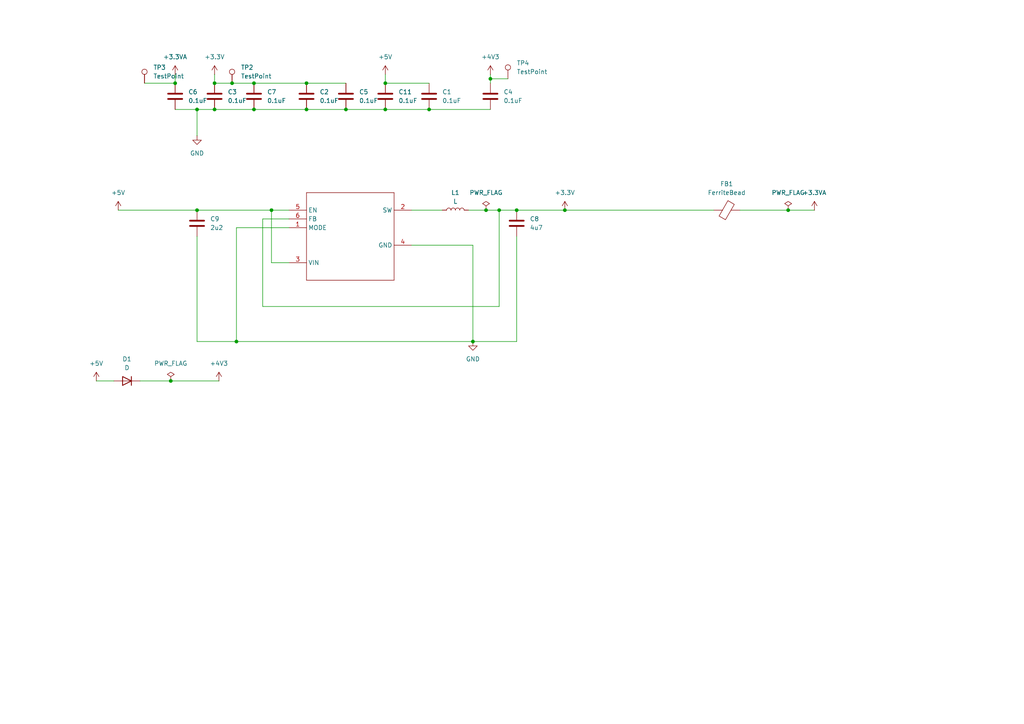
<source format=kicad_sch>
(kicad_sch
	(version 20250114)
	(generator "eeschema")
	(generator_version "9.0")
	(uuid "019be46e-a76b-4c7a-91f6-ecde0b6b9432")
	(paper "A4")
	(lib_symbols
		(symbol "Connector:TestPoint"
			(pin_numbers
				(hide yes)
			)
			(pin_names
				(offset 0.762)
				(hide yes)
			)
			(exclude_from_sim no)
			(in_bom yes)
			(on_board yes)
			(property "Reference" "TP"
				(at 0 6.858 0)
				(effects
					(font
						(size 1.27 1.27)
					)
				)
			)
			(property "Value" "TestPoint"
				(at 0 5.08 0)
				(effects
					(font
						(size 1.27 1.27)
					)
				)
			)
			(property "Footprint" ""
				(at 5.08 0 0)
				(effects
					(font
						(size 1.27 1.27)
					)
					(hide yes)
				)
			)
			(property "Datasheet" "~"
				(at 5.08 0 0)
				(effects
					(font
						(size 1.27 1.27)
					)
					(hide yes)
				)
			)
			(property "Description" "test point"
				(at 0 0 0)
				(effects
					(font
						(size 1.27 1.27)
					)
					(hide yes)
				)
			)
			(property "ki_keywords" "test point tp"
				(at 0 0 0)
				(effects
					(font
						(size 1.27 1.27)
					)
					(hide yes)
				)
			)
			(property "ki_fp_filters" "Pin* Test*"
				(at 0 0 0)
				(effects
					(font
						(size 1.27 1.27)
					)
					(hide yes)
				)
			)
			(symbol "TestPoint_0_1"
				(circle
					(center 0 3.302)
					(radius 0.762)
					(stroke
						(width 0)
						(type default)
					)
					(fill
						(type none)
					)
				)
			)
			(symbol "TestPoint_1_1"
				(pin passive line
					(at 0 0 90)
					(length 2.54)
					(name "1"
						(effects
							(font
								(size 1.27 1.27)
							)
						)
					)
					(number "1"
						(effects
							(font
								(size 1.27 1.27)
							)
						)
					)
				)
			)
			(embedded_fonts no)
		)
		(symbol "Device:C"
			(pin_numbers
				(hide yes)
			)
			(pin_names
				(offset 0.254)
			)
			(exclude_from_sim no)
			(in_bom yes)
			(on_board yes)
			(property "Reference" "C"
				(at 0.635 2.54 0)
				(effects
					(font
						(size 1.27 1.27)
					)
					(justify left)
				)
			)
			(property "Value" "C"
				(at 0.635 -2.54 0)
				(effects
					(font
						(size 1.27 1.27)
					)
					(justify left)
				)
			)
			(property "Footprint" ""
				(at 0.9652 -3.81 0)
				(effects
					(font
						(size 1.27 1.27)
					)
					(hide yes)
				)
			)
			(property "Datasheet" "~"
				(at 0 0 0)
				(effects
					(font
						(size 1.27 1.27)
					)
					(hide yes)
				)
			)
			(property "Description" "Unpolarized capacitor"
				(at 0 0 0)
				(effects
					(font
						(size 1.27 1.27)
					)
					(hide yes)
				)
			)
			(property "ki_keywords" "cap capacitor"
				(at 0 0 0)
				(effects
					(font
						(size 1.27 1.27)
					)
					(hide yes)
				)
			)
			(property "ki_fp_filters" "C_*"
				(at 0 0 0)
				(effects
					(font
						(size 1.27 1.27)
					)
					(hide yes)
				)
			)
			(symbol "C_0_1"
				(polyline
					(pts
						(xy -2.032 0.762) (xy 2.032 0.762)
					)
					(stroke
						(width 0.508)
						(type default)
					)
					(fill
						(type none)
					)
				)
				(polyline
					(pts
						(xy -2.032 -0.762) (xy 2.032 -0.762)
					)
					(stroke
						(width 0.508)
						(type default)
					)
					(fill
						(type none)
					)
				)
			)
			(symbol "C_1_1"
				(pin passive line
					(at 0 3.81 270)
					(length 2.794)
					(name "~"
						(effects
							(font
								(size 1.27 1.27)
							)
						)
					)
					(number "1"
						(effects
							(font
								(size 1.27 1.27)
							)
						)
					)
				)
				(pin passive line
					(at 0 -3.81 90)
					(length 2.794)
					(name "~"
						(effects
							(font
								(size 1.27 1.27)
							)
						)
					)
					(number "2"
						(effects
							(font
								(size 1.27 1.27)
							)
						)
					)
				)
			)
			(embedded_fonts no)
		)
		(symbol "Device:D"
			(pin_numbers
				(hide yes)
			)
			(pin_names
				(offset 1.016)
				(hide yes)
			)
			(exclude_from_sim no)
			(in_bom yes)
			(on_board yes)
			(property "Reference" "D"
				(at 0 2.54 0)
				(effects
					(font
						(size 1.27 1.27)
					)
				)
			)
			(property "Value" "D"
				(at 0 -2.54 0)
				(effects
					(font
						(size 1.27 1.27)
					)
				)
			)
			(property "Footprint" ""
				(at 0 0 0)
				(effects
					(font
						(size 1.27 1.27)
					)
					(hide yes)
				)
			)
			(property "Datasheet" "~"
				(at 0 0 0)
				(effects
					(font
						(size 1.27 1.27)
					)
					(hide yes)
				)
			)
			(property "Description" "Diode"
				(at 0 0 0)
				(effects
					(font
						(size 1.27 1.27)
					)
					(hide yes)
				)
			)
			(property "Sim.Device" "D"
				(at 0 0 0)
				(effects
					(font
						(size 1.27 1.27)
					)
					(hide yes)
				)
			)
			(property "Sim.Pins" "1=K 2=A"
				(at 0 0 0)
				(effects
					(font
						(size 1.27 1.27)
					)
					(hide yes)
				)
			)
			(property "ki_keywords" "diode"
				(at 0 0 0)
				(effects
					(font
						(size 1.27 1.27)
					)
					(hide yes)
				)
			)
			(property "ki_fp_filters" "TO-???* *_Diode_* *SingleDiode* D_*"
				(at 0 0 0)
				(effects
					(font
						(size 1.27 1.27)
					)
					(hide yes)
				)
			)
			(symbol "D_0_1"
				(polyline
					(pts
						(xy -1.27 1.27) (xy -1.27 -1.27)
					)
					(stroke
						(width 0.254)
						(type default)
					)
					(fill
						(type none)
					)
				)
				(polyline
					(pts
						(xy 1.27 1.27) (xy 1.27 -1.27) (xy -1.27 0) (xy 1.27 1.27)
					)
					(stroke
						(width 0.254)
						(type default)
					)
					(fill
						(type none)
					)
				)
				(polyline
					(pts
						(xy 1.27 0) (xy -1.27 0)
					)
					(stroke
						(width 0)
						(type default)
					)
					(fill
						(type none)
					)
				)
			)
			(symbol "D_1_1"
				(pin passive line
					(at -3.81 0 0)
					(length 2.54)
					(name "K"
						(effects
							(font
								(size 1.27 1.27)
							)
						)
					)
					(number "1"
						(effects
							(font
								(size 1.27 1.27)
							)
						)
					)
				)
				(pin passive line
					(at 3.81 0 180)
					(length 2.54)
					(name "A"
						(effects
							(font
								(size 1.27 1.27)
							)
						)
					)
					(number "2"
						(effects
							(font
								(size 1.27 1.27)
							)
						)
					)
				)
			)
			(embedded_fonts no)
		)
		(symbol "Device:FerriteBead"
			(pin_numbers
				(hide yes)
			)
			(pin_names
				(offset 0)
			)
			(exclude_from_sim no)
			(in_bom yes)
			(on_board yes)
			(property "Reference" "FB"
				(at -3.81 0.635 90)
				(effects
					(font
						(size 1.27 1.27)
					)
				)
			)
			(property "Value" "FerriteBead"
				(at 3.81 0 90)
				(effects
					(font
						(size 1.27 1.27)
					)
				)
			)
			(property "Footprint" ""
				(at -1.778 0 90)
				(effects
					(font
						(size 1.27 1.27)
					)
					(hide yes)
				)
			)
			(property "Datasheet" "~"
				(at 0 0 0)
				(effects
					(font
						(size 1.27 1.27)
					)
					(hide yes)
				)
			)
			(property "Description" "Ferrite bead"
				(at 0 0 0)
				(effects
					(font
						(size 1.27 1.27)
					)
					(hide yes)
				)
			)
			(property "ki_keywords" "L ferrite bead inductor filter"
				(at 0 0 0)
				(effects
					(font
						(size 1.27 1.27)
					)
					(hide yes)
				)
			)
			(property "ki_fp_filters" "Inductor_* L_* *Ferrite*"
				(at 0 0 0)
				(effects
					(font
						(size 1.27 1.27)
					)
					(hide yes)
				)
			)
			(symbol "FerriteBead_0_1"
				(polyline
					(pts
						(xy -2.7686 0.4064) (xy -1.7018 2.2606) (xy 2.7686 -0.3048) (xy 1.6764 -2.159) (xy -2.7686 0.4064)
					)
					(stroke
						(width 0)
						(type default)
					)
					(fill
						(type none)
					)
				)
				(polyline
					(pts
						(xy 0 1.27) (xy 0 1.2954)
					)
					(stroke
						(width 0)
						(type default)
					)
					(fill
						(type none)
					)
				)
				(polyline
					(pts
						(xy 0 -1.27) (xy 0 -1.2192)
					)
					(stroke
						(width 0)
						(type default)
					)
					(fill
						(type none)
					)
				)
			)
			(symbol "FerriteBead_1_1"
				(pin passive line
					(at 0 3.81 270)
					(length 2.54)
					(name "~"
						(effects
							(font
								(size 1.27 1.27)
							)
						)
					)
					(number "1"
						(effects
							(font
								(size 1.27 1.27)
							)
						)
					)
				)
				(pin passive line
					(at 0 -3.81 90)
					(length 2.54)
					(name "~"
						(effects
							(font
								(size 1.27 1.27)
							)
						)
					)
					(number "2"
						(effects
							(font
								(size 1.27 1.27)
							)
						)
					)
				)
			)
			(embedded_fonts no)
		)
		(symbol "Device:L"
			(pin_numbers
				(hide yes)
			)
			(pin_names
				(offset 1.016)
				(hide yes)
			)
			(exclude_from_sim no)
			(in_bom yes)
			(on_board yes)
			(property "Reference" "L"
				(at -1.27 0 90)
				(effects
					(font
						(size 1.27 1.27)
					)
				)
			)
			(property "Value" "L"
				(at 1.905 0 90)
				(effects
					(font
						(size 1.27 1.27)
					)
				)
			)
			(property "Footprint" ""
				(at 0 0 0)
				(effects
					(font
						(size 1.27 1.27)
					)
					(hide yes)
				)
			)
			(property "Datasheet" "~"
				(at 0 0 0)
				(effects
					(font
						(size 1.27 1.27)
					)
					(hide yes)
				)
			)
			(property "Description" "Inductor"
				(at 0 0 0)
				(effects
					(font
						(size 1.27 1.27)
					)
					(hide yes)
				)
			)
			(property "ki_keywords" "inductor choke coil reactor magnetic"
				(at 0 0 0)
				(effects
					(font
						(size 1.27 1.27)
					)
					(hide yes)
				)
			)
			(property "ki_fp_filters" "Choke_* *Coil* Inductor_* L_*"
				(at 0 0 0)
				(effects
					(font
						(size 1.27 1.27)
					)
					(hide yes)
				)
			)
			(symbol "L_0_1"
				(arc
					(start 0 2.54)
					(mid 0.6323 1.905)
					(end 0 1.27)
					(stroke
						(width 0)
						(type default)
					)
					(fill
						(type none)
					)
				)
				(arc
					(start 0 1.27)
					(mid 0.6323 0.635)
					(end 0 0)
					(stroke
						(width 0)
						(type default)
					)
					(fill
						(type none)
					)
				)
				(arc
					(start 0 0)
					(mid 0.6323 -0.635)
					(end 0 -1.27)
					(stroke
						(width 0)
						(type default)
					)
					(fill
						(type none)
					)
				)
				(arc
					(start 0 -1.27)
					(mid 0.6323 -1.905)
					(end 0 -2.54)
					(stroke
						(width 0)
						(type default)
					)
					(fill
						(type none)
					)
				)
			)
			(symbol "L_1_1"
				(pin passive line
					(at 0 3.81 270)
					(length 1.27)
					(name "1"
						(effects
							(font
								(size 1.27 1.27)
							)
						)
					)
					(number "1"
						(effects
							(font
								(size 1.27 1.27)
							)
						)
					)
				)
				(pin passive line
					(at 0 -3.81 90)
					(length 1.27)
					(name "2"
						(effects
							(font
								(size 1.27 1.27)
							)
						)
					)
					(number "2"
						(effects
							(font
								(size 1.27 1.27)
							)
						)
					)
				)
			)
			(embedded_fonts no)
		)
		(symbol "max10u169:TPS62237DRYR"
			(exclude_from_sim no)
			(in_bom yes)
			(on_board yes)
			(property "Reference" "U"
				(at 15.5956 9.1186 0)
				(effects
					(font
						(size 2.0828 1.7703)
					)
					(justify left bottom)
					(hide yes)
				)
			)
			(property "Value" ""
				(at 14.9606 6.5786 0)
				(effects
					(font
						(size 2.0828 1.7703)
					)
					(justify left bottom)
					(hide yes)
				)
			)
			(property "Footprint" "max10:DRY6"
				(at 0 0 0)
				(effects
					(font
						(size 1.27 1.27)
					)
					(hide yes)
				)
			)
			(property "Datasheet" ""
				(at 0 0 0)
				(effects
					(font
						(size 1.27 1.27)
					)
					(hide yes)
				)
			)
			(property "Description" ""
				(at 0 0 0)
				(effects
					(font
						(size 1.27 1.27)
					)
					(hide yes)
				)
			)
			(property "ki_locked" ""
				(at 0 0 0)
				(effects
					(font
						(size 1.27 1.27)
					)
				)
			)
			(symbol "TPS62237DRYR_1_0"
				(polyline
					(pts
						(xy 7.62 5.08) (xy 7.62 -20.32)
					)
					(stroke
						(width 0.1524)
						(type solid)
					)
					(fill
						(type none)
					)
				)
				(polyline
					(pts
						(xy 7.62 -20.32) (xy 33.02 -20.32)
					)
					(stroke
						(width 0.1524)
						(type solid)
					)
					(fill
						(type none)
					)
				)
				(polyline
					(pts
						(xy 33.02 5.08) (xy 7.62 5.08)
					)
					(stroke
						(width 0.1524)
						(type solid)
					)
					(fill
						(type none)
					)
				)
				(polyline
					(pts
						(xy 33.02 -20.32) (xy 33.02 5.08)
					)
					(stroke
						(width 0.1524)
						(type solid)
					)
					(fill
						(type none)
					)
				)
				(pin input line
					(at 2.54 0 0)
					(length 5.08)
					(name "EN"
						(effects
							(font
								(size 1.27 1.27)
							)
						)
					)
					(number "5"
						(effects
							(font
								(size 1.27 1.27)
							)
						)
					)
				)
				(pin input line
					(at 2.54 -2.54 0)
					(length 5.08)
					(name "FB"
						(effects
							(font
								(size 1.27 1.27)
							)
						)
					)
					(number "6"
						(effects
							(font
								(size 1.27 1.27)
							)
						)
					)
				)
				(pin input line
					(at 2.54 -5.08 0)
					(length 5.08)
					(name "MODE"
						(effects
							(font
								(size 1.27 1.27)
							)
						)
					)
					(number "1"
						(effects
							(font
								(size 1.27 1.27)
							)
						)
					)
				)
				(pin power_in line
					(at 2.54 -15.24 0)
					(length 5.08)
					(name "VIN"
						(effects
							(font
								(size 1.27 1.27)
							)
						)
					)
					(number "3"
						(effects
							(font
								(size 1.27 1.27)
							)
						)
					)
				)
				(pin output line
					(at 38.1 0 180)
					(length 5.08)
					(name "SW"
						(effects
							(font
								(size 1.27 1.27)
							)
						)
					)
					(number "2"
						(effects
							(font
								(size 1.27 1.27)
							)
						)
					)
				)
				(pin power_in line
					(at 38.1 -10.16 180)
					(length 5.08)
					(name "GND"
						(effects
							(font
								(size 1.27 1.27)
							)
						)
					)
					(number "4"
						(effects
							(font
								(size 1.27 1.27)
							)
						)
					)
				)
			)
			(embedded_fonts no)
		)
		(symbol "power:+3.3V"
			(power)
			(pin_numbers
				(hide yes)
			)
			(pin_names
				(offset 0)
				(hide yes)
			)
			(exclude_from_sim no)
			(in_bom yes)
			(on_board yes)
			(property "Reference" "#PWR"
				(at 0 -3.81 0)
				(effects
					(font
						(size 1.27 1.27)
					)
					(hide yes)
				)
			)
			(property "Value" "+3.3V"
				(at 0 3.556 0)
				(effects
					(font
						(size 1.27 1.27)
					)
				)
			)
			(property "Footprint" ""
				(at 0 0 0)
				(effects
					(font
						(size 1.27 1.27)
					)
					(hide yes)
				)
			)
			(property "Datasheet" ""
				(at 0 0 0)
				(effects
					(font
						(size 1.27 1.27)
					)
					(hide yes)
				)
			)
			(property "Description" "Power symbol creates a global label with name \"+3.3V\""
				(at 0 0 0)
				(effects
					(font
						(size 1.27 1.27)
					)
					(hide yes)
				)
			)
			(property "ki_keywords" "global power"
				(at 0 0 0)
				(effects
					(font
						(size 1.27 1.27)
					)
					(hide yes)
				)
			)
			(symbol "+3.3V_0_1"
				(polyline
					(pts
						(xy -0.762 1.27) (xy 0 2.54)
					)
					(stroke
						(width 0)
						(type default)
					)
					(fill
						(type none)
					)
				)
				(polyline
					(pts
						(xy 0 2.54) (xy 0.762 1.27)
					)
					(stroke
						(width 0)
						(type default)
					)
					(fill
						(type none)
					)
				)
				(polyline
					(pts
						(xy 0 0) (xy 0 2.54)
					)
					(stroke
						(width 0)
						(type default)
					)
					(fill
						(type none)
					)
				)
			)
			(symbol "+3.3V_1_1"
				(pin power_in line
					(at 0 0 90)
					(length 0)
					(name "~"
						(effects
							(font
								(size 1.27 1.27)
							)
						)
					)
					(number "1"
						(effects
							(font
								(size 1.27 1.27)
							)
						)
					)
				)
			)
			(embedded_fonts no)
		)
		(symbol "power:+3.3VA"
			(power)
			(pin_numbers
				(hide yes)
			)
			(pin_names
				(offset 0)
				(hide yes)
			)
			(exclude_from_sim no)
			(in_bom yes)
			(on_board yes)
			(property "Reference" "#PWR"
				(at 0 -3.81 0)
				(effects
					(font
						(size 1.27 1.27)
					)
					(hide yes)
				)
			)
			(property "Value" "+3.3VA"
				(at 0 3.556 0)
				(effects
					(font
						(size 1.27 1.27)
					)
				)
			)
			(property "Footprint" ""
				(at 0 0 0)
				(effects
					(font
						(size 1.27 1.27)
					)
					(hide yes)
				)
			)
			(property "Datasheet" ""
				(at 0 0 0)
				(effects
					(font
						(size 1.27 1.27)
					)
					(hide yes)
				)
			)
			(property "Description" "Power symbol creates a global label with name \"+3.3VA\""
				(at 0 0 0)
				(effects
					(font
						(size 1.27 1.27)
					)
					(hide yes)
				)
			)
			(property "ki_keywords" "global power"
				(at 0 0 0)
				(effects
					(font
						(size 1.27 1.27)
					)
					(hide yes)
				)
			)
			(symbol "+3.3VA_0_1"
				(polyline
					(pts
						(xy -0.762 1.27) (xy 0 2.54)
					)
					(stroke
						(width 0)
						(type default)
					)
					(fill
						(type none)
					)
				)
				(polyline
					(pts
						(xy 0 2.54) (xy 0.762 1.27)
					)
					(stroke
						(width 0)
						(type default)
					)
					(fill
						(type none)
					)
				)
				(polyline
					(pts
						(xy 0 0) (xy 0 2.54)
					)
					(stroke
						(width 0)
						(type default)
					)
					(fill
						(type none)
					)
				)
			)
			(symbol "+3.3VA_1_1"
				(pin power_in line
					(at 0 0 90)
					(length 0)
					(name "~"
						(effects
							(font
								(size 1.27 1.27)
							)
						)
					)
					(number "1"
						(effects
							(font
								(size 1.27 1.27)
							)
						)
					)
				)
			)
			(embedded_fonts no)
		)
		(symbol "power:+5V"
			(power)
			(pin_numbers
				(hide yes)
			)
			(pin_names
				(offset 0)
				(hide yes)
			)
			(exclude_from_sim no)
			(in_bom yes)
			(on_board yes)
			(property "Reference" "#PWR"
				(at 0 -3.81 0)
				(effects
					(font
						(size 1.27 1.27)
					)
					(hide yes)
				)
			)
			(property "Value" "+5V"
				(at 0 3.556 0)
				(effects
					(font
						(size 1.27 1.27)
					)
				)
			)
			(property "Footprint" ""
				(at 0 0 0)
				(effects
					(font
						(size 1.27 1.27)
					)
					(hide yes)
				)
			)
			(property "Datasheet" ""
				(at 0 0 0)
				(effects
					(font
						(size 1.27 1.27)
					)
					(hide yes)
				)
			)
			(property "Description" "Power symbol creates a global label with name \"+5V\""
				(at 0 0 0)
				(effects
					(font
						(size 1.27 1.27)
					)
					(hide yes)
				)
			)
			(property "ki_keywords" "global power"
				(at 0 0 0)
				(effects
					(font
						(size 1.27 1.27)
					)
					(hide yes)
				)
			)
			(symbol "+5V_0_1"
				(polyline
					(pts
						(xy -0.762 1.27) (xy 0 2.54)
					)
					(stroke
						(width 0)
						(type default)
					)
					(fill
						(type none)
					)
				)
				(polyline
					(pts
						(xy 0 2.54) (xy 0.762 1.27)
					)
					(stroke
						(width 0)
						(type default)
					)
					(fill
						(type none)
					)
				)
				(polyline
					(pts
						(xy 0 0) (xy 0 2.54)
					)
					(stroke
						(width 0)
						(type default)
					)
					(fill
						(type none)
					)
				)
			)
			(symbol "+5V_1_1"
				(pin power_in line
					(at 0 0 90)
					(length 0)
					(name "~"
						(effects
							(font
								(size 1.27 1.27)
							)
						)
					)
					(number "1"
						(effects
							(font
								(size 1.27 1.27)
							)
						)
					)
				)
			)
			(embedded_fonts no)
		)
		(symbol "power:GND"
			(power)
			(pin_numbers
				(hide yes)
			)
			(pin_names
				(offset 0)
				(hide yes)
			)
			(exclude_from_sim no)
			(in_bom yes)
			(on_board yes)
			(property "Reference" "#PWR"
				(at 0 -6.35 0)
				(effects
					(font
						(size 1.27 1.27)
					)
					(hide yes)
				)
			)
			(property "Value" "GND"
				(at 0 -3.81 0)
				(effects
					(font
						(size 1.27 1.27)
					)
				)
			)
			(property "Footprint" ""
				(at 0 0 0)
				(effects
					(font
						(size 1.27 1.27)
					)
					(hide yes)
				)
			)
			(property "Datasheet" ""
				(at 0 0 0)
				(effects
					(font
						(size 1.27 1.27)
					)
					(hide yes)
				)
			)
			(property "Description" "Power symbol creates a global label with name \"GND\" , ground"
				(at 0 0 0)
				(effects
					(font
						(size 1.27 1.27)
					)
					(hide yes)
				)
			)
			(property "ki_keywords" "global power"
				(at 0 0 0)
				(effects
					(font
						(size 1.27 1.27)
					)
					(hide yes)
				)
			)
			(symbol "GND_0_1"
				(polyline
					(pts
						(xy 0 0) (xy 0 -1.27) (xy 1.27 -1.27) (xy 0 -2.54) (xy -1.27 -1.27) (xy 0 -1.27)
					)
					(stroke
						(width 0)
						(type default)
					)
					(fill
						(type none)
					)
				)
			)
			(symbol "GND_1_1"
				(pin power_in line
					(at 0 0 270)
					(length 0)
					(name "~"
						(effects
							(font
								(size 1.27 1.27)
							)
						)
					)
					(number "1"
						(effects
							(font
								(size 1.27 1.27)
							)
						)
					)
				)
			)
			(embedded_fonts no)
		)
		(symbol "power:PWR_FLAG"
			(power)
			(pin_numbers
				(hide yes)
			)
			(pin_names
				(offset 0)
				(hide yes)
			)
			(exclude_from_sim no)
			(in_bom yes)
			(on_board yes)
			(property "Reference" "#FLG"
				(at 0 1.905 0)
				(effects
					(font
						(size 1.27 1.27)
					)
					(hide yes)
				)
			)
			(property "Value" "PWR_FLAG"
				(at 0 3.81 0)
				(effects
					(font
						(size 1.27 1.27)
					)
				)
			)
			(property "Footprint" ""
				(at 0 0 0)
				(effects
					(font
						(size 1.27 1.27)
					)
					(hide yes)
				)
			)
			(property "Datasheet" "~"
				(at 0 0 0)
				(effects
					(font
						(size 1.27 1.27)
					)
					(hide yes)
				)
			)
			(property "Description" "Special symbol for telling ERC where power comes from"
				(at 0 0 0)
				(effects
					(font
						(size 1.27 1.27)
					)
					(hide yes)
				)
			)
			(property "ki_keywords" "flag power"
				(at 0 0 0)
				(effects
					(font
						(size 1.27 1.27)
					)
					(hide yes)
				)
			)
			(symbol "PWR_FLAG_0_0"
				(pin power_out line
					(at 0 0 90)
					(length 0)
					(name "~"
						(effects
							(font
								(size 1.27 1.27)
							)
						)
					)
					(number "1"
						(effects
							(font
								(size 1.27 1.27)
							)
						)
					)
				)
			)
			(symbol "PWR_FLAG_0_1"
				(polyline
					(pts
						(xy 0 0) (xy 0 1.27) (xy -1.016 1.905) (xy 0 2.54) (xy 1.016 1.905) (xy 0 1.27)
					)
					(stroke
						(width 0)
						(type default)
					)
					(fill
						(type none)
					)
				)
			)
			(embedded_fonts no)
		)
		(symbol "power:VCC"
			(power)
			(pin_numbers
				(hide yes)
			)
			(pin_names
				(offset 0)
				(hide yes)
			)
			(exclude_from_sim no)
			(in_bom yes)
			(on_board yes)
			(property "Reference" "#PWR"
				(at 0 -3.81 0)
				(effects
					(font
						(size 1.27 1.27)
					)
					(hide yes)
				)
			)
			(property "Value" "VCC"
				(at 0 3.556 0)
				(effects
					(font
						(size 1.27 1.27)
					)
				)
			)
			(property "Footprint" ""
				(at 0 0 0)
				(effects
					(font
						(size 1.27 1.27)
					)
					(hide yes)
				)
			)
			(property "Datasheet" ""
				(at 0 0 0)
				(effects
					(font
						(size 1.27 1.27)
					)
					(hide yes)
				)
			)
			(property "Description" "Power symbol creates a global label with name \"VCC\""
				(at 0 0 0)
				(effects
					(font
						(size 1.27 1.27)
					)
					(hide yes)
				)
			)
			(property "ki_keywords" "global power"
				(at 0 0 0)
				(effects
					(font
						(size 1.27 1.27)
					)
					(hide yes)
				)
			)
			(symbol "VCC_0_1"
				(polyline
					(pts
						(xy -0.762 1.27) (xy 0 2.54)
					)
					(stroke
						(width 0)
						(type default)
					)
					(fill
						(type none)
					)
				)
				(polyline
					(pts
						(xy 0 2.54) (xy 0.762 1.27)
					)
					(stroke
						(width 0)
						(type default)
					)
					(fill
						(type none)
					)
				)
				(polyline
					(pts
						(xy 0 0) (xy 0 2.54)
					)
					(stroke
						(width 0)
						(type default)
					)
					(fill
						(type none)
					)
				)
			)
			(symbol "VCC_1_1"
				(pin power_in line
					(at 0 0 90)
					(length 0)
					(name "~"
						(effects
							(font
								(size 1.27 1.27)
							)
						)
					)
					(number "1"
						(effects
							(font
								(size 1.27 1.27)
							)
						)
					)
				)
			)
			(embedded_fonts no)
		)
	)
	(junction
		(at 88.9 31.75)
		(diameter 0)
		(color 0 0 0 0)
		(uuid "01fc27d5-98d7-4765-88b6-a0bcc522d12c")
	)
	(junction
		(at 49.53 110.49)
		(diameter 0)
		(color 0 0 0 0)
		(uuid "176e9a5b-5568-42d1-8621-ad2b32544a2b")
	)
	(junction
		(at 57.15 60.96)
		(diameter 0)
		(color 0 0 0 0)
		(uuid "2a7ddd04-0a84-4708-bd23-0cf36583273a")
	)
	(junction
		(at 163.83 60.96)
		(diameter 0)
		(color 0 0 0 0)
		(uuid "3640a7e1-fe78-4f1e-b50c-0c3cb85e285a")
	)
	(junction
		(at 100.33 31.75)
		(diameter 0)
		(color 0 0 0 0)
		(uuid "3a527397-6eff-4eb0-8834-c0c494dea88c")
	)
	(junction
		(at 68.58 99.06)
		(diameter 0)
		(color 0 0 0 0)
		(uuid "3d14c0eb-b5ee-4116-ae23-ec4891a7de17")
	)
	(junction
		(at 67.31 24.13)
		(diameter 0)
		(color 0 0 0 0)
		(uuid "55f6fa6a-333c-4740-ad36-65e9d69d9dd9")
	)
	(junction
		(at 57.15 31.75)
		(diameter 0)
		(color 0 0 0 0)
		(uuid "58a353cc-80d6-42ec-a0ca-b6ddfac31625")
	)
	(junction
		(at 111.76 24.13)
		(diameter 0)
		(color 0 0 0 0)
		(uuid "6e20ccee-28c8-4674-8aaf-23869f23d7cb")
	)
	(junction
		(at 149.86 60.96)
		(diameter 0)
		(color 0 0 0 0)
		(uuid "8c0b6e73-bcba-431c-a014-a3ce41252970")
	)
	(junction
		(at 111.76 31.75)
		(diameter 0)
		(color 0 0 0 0)
		(uuid "8c837490-413c-4145-bef2-63eed0984a33")
	)
	(junction
		(at 140.97 60.96)
		(diameter 0)
		(color 0 0 0 0)
		(uuid "8ec6ed0d-b563-4dc7-b8d7-b1f00a56c205")
	)
	(junction
		(at 142.24 22.86)
		(diameter 0)
		(color 0 0 0 0)
		(uuid "9b2265b7-ad8a-4235-93c2-74fe900f1e6d")
	)
	(junction
		(at 73.66 24.13)
		(diameter 0)
		(color 0 0 0 0)
		(uuid "9c244ced-21d3-4b02-ac05-65ab8d5dbf47")
	)
	(junction
		(at 73.66 31.75)
		(diameter 0)
		(color 0 0 0 0)
		(uuid "a36cf86e-6559-4fe7-b1a7-11d5ad159ef0")
	)
	(junction
		(at 124.46 31.75)
		(diameter 0)
		(color 0 0 0 0)
		(uuid "a790c933-fdf1-4dcc-9239-f8dec7b3e46a")
	)
	(junction
		(at 144.78 60.96)
		(diameter 0)
		(color 0 0 0 0)
		(uuid "b6eeb3c1-3a2f-4904-b999-63a75a310e59")
	)
	(junction
		(at 62.23 31.75)
		(diameter 0)
		(color 0 0 0 0)
		(uuid "b780313e-4a91-4357-a953-30004aefe78f")
	)
	(junction
		(at 50.8 24.13)
		(diameter 0)
		(color 0 0 0 0)
		(uuid "bb384d41-9af7-4ece-a30d-1839fa94fd37")
	)
	(junction
		(at 137.16 99.06)
		(diameter 0)
		(color 0 0 0 0)
		(uuid "cb06dbd0-fc03-44c5-8bae-cd3232e17486")
	)
	(junction
		(at 228.6 60.96)
		(diameter 0)
		(color 0 0 0 0)
		(uuid "d6575f90-aa53-4483-b59d-cba5405fedeb")
	)
	(junction
		(at 78.74 60.96)
		(diameter 0)
		(color 0 0 0 0)
		(uuid "e35d946d-09c5-4a86-a2f2-0e0a095febea")
	)
	(junction
		(at 88.9 24.13)
		(diameter 0)
		(color 0 0 0 0)
		(uuid "e4f6bb89-451a-4bc8-879b-d81eb522471e")
	)
	(junction
		(at 62.23 24.13)
		(diameter 0)
		(color 0 0 0 0)
		(uuid "fffd1880-6c30-4c76-a59c-b75ba13016de")
	)
	(wire
		(pts
			(xy 78.74 76.2) (xy 78.74 60.96)
		)
		(stroke
			(width 0)
			(type default)
		)
		(uuid "07c16a52-4a02-4901-a771-9383bcbcf6a9")
	)
	(wire
		(pts
			(xy 137.16 99.06) (xy 137.16 71.12)
		)
		(stroke
			(width 0)
			(type default)
		)
		(uuid "09535ef4-78cb-4ea2-8a03-c3d72b040d46")
	)
	(wire
		(pts
			(xy 62.23 24.13) (xy 67.31 24.13)
		)
		(stroke
			(width 0)
			(type default)
		)
		(uuid "0da3f39e-5f91-48b5-8e52-2f004c6a891e")
	)
	(wire
		(pts
			(xy 50.8 31.75) (xy 57.15 31.75)
		)
		(stroke
			(width 0)
			(type default)
		)
		(uuid "105ae602-eb26-4529-b37d-8e6c0aa70e07")
	)
	(wire
		(pts
			(xy 140.97 60.96) (xy 144.78 60.96)
		)
		(stroke
			(width 0)
			(type default)
		)
		(uuid "106f5026-3d19-4227-af5a-d2598ed40354")
	)
	(wire
		(pts
			(xy 76.2 63.5) (xy 83.82 63.5)
		)
		(stroke
			(width 0)
			(type default)
		)
		(uuid "1450eb5b-0167-416a-bd05-229b8a05fda2")
	)
	(wire
		(pts
			(xy 68.58 66.04) (xy 68.58 99.06)
		)
		(stroke
			(width 0)
			(type default)
		)
		(uuid "1492b977-469a-444f-9485-c55932bf411b")
	)
	(wire
		(pts
			(xy 57.15 68.58) (xy 57.15 99.06)
		)
		(stroke
			(width 0)
			(type default)
		)
		(uuid "17389a8b-7e0c-47db-a647-cf0bf121005d")
	)
	(wire
		(pts
			(xy 142.24 22.86) (xy 142.24 24.13)
		)
		(stroke
			(width 0)
			(type default)
		)
		(uuid "1c5c208f-8383-4600-913e-f83ad9db95cc")
	)
	(wire
		(pts
			(xy 83.82 66.04) (xy 68.58 66.04)
		)
		(stroke
			(width 0)
			(type default)
		)
		(uuid "1dd7b343-caf1-40f2-9445-d135d4083b7d")
	)
	(wire
		(pts
			(xy 27.94 110.49) (xy 33.02 110.49)
		)
		(stroke
			(width 0)
			(type default)
		)
		(uuid "21706911-d023-4cc3-94dd-d13ddeb10892")
	)
	(wire
		(pts
			(xy 62.23 31.75) (xy 73.66 31.75)
		)
		(stroke
			(width 0)
			(type default)
		)
		(uuid "2ace62d9-1c48-4821-bd48-abd1f0579a84")
	)
	(wire
		(pts
			(xy 88.9 31.75) (xy 100.33 31.75)
		)
		(stroke
			(width 0)
			(type default)
		)
		(uuid "37c542a6-8bde-427f-8ba4-de613424176e")
	)
	(wire
		(pts
			(xy 124.46 31.75) (xy 142.24 31.75)
		)
		(stroke
			(width 0)
			(type default)
		)
		(uuid "3802c72a-858b-4f1b-afb7-38357a9135a6")
	)
	(wire
		(pts
			(xy 135.89 60.96) (xy 140.97 60.96)
		)
		(stroke
			(width 0)
			(type default)
		)
		(uuid "46e89393-dac3-4cd7-aef1-5c6b6d04f84f")
	)
	(wire
		(pts
			(xy 83.82 76.2) (xy 78.74 76.2)
		)
		(stroke
			(width 0)
			(type default)
		)
		(uuid "4bfaef87-906b-41bb-84f3-66ab5698c2fa")
	)
	(wire
		(pts
			(xy 142.24 22.86) (xy 147.32 22.86)
		)
		(stroke
			(width 0)
			(type default)
		)
		(uuid "4e2d9d82-4ec5-43f8-9704-f62c8e8cc74b")
	)
	(wire
		(pts
			(xy 49.53 110.49) (xy 63.5 110.49)
		)
		(stroke
			(width 0)
			(type default)
		)
		(uuid "544bfa53-254d-46c3-a922-7e094015e685")
	)
	(wire
		(pts
			(xy 119.38 60.96) (xy 128.27 60.96)
		)
		(stroke
			(width 0)
			(type default)
		)
		(uuid "544cb2a2-6288-4ef9-afbb-1e8e6946f827")
	)
	(wire
		(pts
			(xy 149.86 60.96) (xy 163.83 60.96)
		)
		(stroke
			(width 0)
			(type default)
		)
		(uuid "60f33b2f-15be-4d12-9077-4a2eb3d5e5a8")
	)
	(wire
		(pts
			(xy 50.8 21.59) (xy 50.8 24.13)
		)
		(stroke
			(width 0)
			(type default)
		)
		(uuid "6454dc45-35d0-4a37-9729-c657132f50f4")
	)
	(wire
		(pts
			(xy 73.66 24.13) (xy 88.9 24.13)
		)
		(stroke
			(width 0)
			(type default)
		)
		(uuid "6a0bace9-8eac-4d0a-9214-a8c51d7f8271")
	)
	(wire
		(pts
			(xy 41.91 24.13) (xy 50.8 24.13)
		)
		(stroke
			(width 0)
			(type default)
		)
		(uuid "6d3e799e-71a2-4daf-829c-89740fe77865")
	)
	(wire
		(pts
			(xy 149.86 99.06) (xy 137.16 99.06)
		)
		(stroke
			(width 0)
			(type default)
		)
		(uuid "76cf0c87-7407-4540-b0f9-3158e9e691c0")
	)
	(wire
		(pts
			(xy 214.63 60.96) (xy 228.6 60.96)
		)
		(stroke
			(width 0)
			(type default)
		)
		(uuid "7942fde7-d2c2-4265-900e-ee016e9f5d32")
	)
	(wire
		(pts
			(xy 78.74 60.96) (xy 83.82 60.96)
		)
		(stroke
			(width 0)
			(type default)
		)
		(uuid "7bc8bcdc-ae9a-40dd-a432-e6a5adff55df")
	)
	(wire
		(pts
			(xy 67.31 24.13) (xy 73.66 24.13)
		)
		(stroke
			(width 0)
			(type default)
		)
		(uuid "7bcf63d1-85b4-4e73-a88c-5f058560bb1b")
	)
	(wire
		(pts
			(xy 34.29 60.96) (xy 57.15 60.96)
		)
		(stroke
			(width 0)
			(type default)
		)
		(uuid "7be33026-37ff-4a95-8a43-c0d8cd48463e")
	)
	(wire
		(pts
			(xy 88.9 24.13) (xy 100.33 24.13)
		)
		(stroke
			(width 0)
			(type default)
		)
		(uuid "7f9912da-aa9a-473d-8300-1b3b9b75fd6d")
	)
	(wire
		(pts
			(xy 149.86 68.58) (xy 149.86 99.06)
		)
		(stroke
			(width 0)
			(type default)
		)
		(uuid "9fb2bc1e-c55c-428d-b593-16e189450014")
	)
	(wire
		(pts
			(xy 57.15 31.75) (xy 62.23 31.75)
		)
		(stroke
			(width 0)
			(type default)
		)
		(uuid "a2c0e907-4b71-4215-9009-3ffcf3a42308")
	)
	(wire
		(pts
			(xy 111.76 21.59) (xy 111.76 24.13)
		)
		(stroke
			(width 0)
			(type default)
		)
		(uuid "a58af5e0-b6b1-4f80-b9d0-b76f6376de23")
	)
	(wire
		(pts
			(xy 111.76 31.75) (xy 124.46 31.75)
		)
		(stroke
			(width 0)
			(type default)
		)
		(uuid "ae485c92-cd3b-48a4-8ade-7c068a0366bb")
	)
	(wire
		(pts
			(xy 144.78 60.96) (xy 149.86 60.96)
		)
		(stroke
			(width 0)
			(type default)
		)
		(uuid "b969df0c-a0b8-410a-a106-f32afd391c06")
	)
	(wire
		(pts
			(xy 40.64 110.49) (xy 49.53 110.49)
		)
		(stroke
			(width 0)
			(type default)
		)
		(uuid "bce51e69-83b1-4596-a758-f6fdd858ae62")
	)
	(wire
		(pts
			(xy 62.23 21.59) (xy 62.23 24.13)
		)
		(stroke
			(width 0)
			(type default)
		)
		(uuid "c0b015d8-a8c4-45a5-a65d-f125d7d14f8c")
	)
	(wire
		(pts
			(xy 100.33 31.75) (xy 111.76 31.75)
		)
		(stroke
			(width 0)
			(type default)
		)
		(uuid "c285b274-89ca-4e52-9474-c270edcf19be")
	)
	(wire
		(pts
			(xy 144.78 88.9) (xy 76.2 88.9)
		)
		(stroke
			(width 0)
			(type default)
		)
		(uuid "c6ca253e-f8fa-4844-a019-804919ce6c15")
	)
	(wire
		(pts
			(xy 76.2 88.9) (xy 76.2 63.5)
		)
		(stroke
			(width 0)
			(type default)
		)
		(uuid "c95afafe-c0f3-421f-a273-29d0e84046bd")
	)
	(wire
		(pts
			(xy 142.24 21.59) (xy 142.24 22.86)
		)
		(stroke
			(width 0)
			(type default)
		)
		(uuid "cac93abf-df84-4106-8359-120e62bd90ff")
	)
	(wire
		(pts
			(xy 111.76 24.13) (xy 124.46 24.13)
		)
		(stroke
			(width 0)
			(type default)
		)
		(uuid "cb4099dd-ff6a-415e-b578-972f00e2d218")
	)
	(wire
		(pts
			(xy 68.58 99.06) (xy 137.16 99.06)
		)
		(stroke
			(width 0)
			(type default)
		)
		(uuid "d1e92328-e50e-4bc3-91d5-e6602f8616d0")
	)
	(wire
		(pts
			(xy 228.6 60.96) (xy 236.22 60.96)
		)
		(stroke
			(width 0)
			(type default)
		)
		(uuid "d36a4d6d-0949-41bf-b2f2-3fc2a8d8a44a")
	)
	(wire
		(pts
			(xy 163.83 60.96) (xy 207.01 60.96)
		)
		(stroke
			(width 0)
			(type default)
		)
		(uuid "d8c320c2-924e-49e8-90a7-14a503d2937c")
	)
	(wire
		(pts
			(xy 144.78 60.96) (xy 144.78 88.9)
		)
		(stroke
			(width 0)
			(type default)
		)
		(uuid "e2869e26-92e8-40a6-b0cc-f91ea6bb6619")
	)
	(wire
		(pts
			(xy 57.15 99.06) (xy 68.58 99.06)
		)
		(stroke
			(width 0)
			(type default)
		)
		(uuid "e4b90f9b-58cc-4f9d-8289-53e208e46739")
	)
	(wire
		(pts
			(xy 57.15 31.75) (xy 57.15 39.37)
		)
		(stroke
			(width 0)
			(type default)
		)
		(uuid "f9c47f6a-4c0a-4c63-bbb1-e8592144f551")
	)
	(wire
		(pts
			(xy 57.15 60.96) (xy 78.74 60.96)
		)
		(stroke
			(width 0)
			(type default)
		)
		(uuid "fa6c0d6d-6ce2-44df-9543-c9295f202018")
	)
	(wire
		(pts
			(xy 73.66 31.75) (xy 88.9 31.75)
		)
		(stroke
			(width 0)
			(type default)
		)
		(uuid "fbdd6232-cb35-48f6-af14-e89d5469abb9")
	)
	(wire
		(pts
			(xy 137.16 71.12) (xy 119.38 71.12)
		)
		(stroke
			(width 0)
			(type default)
		)
		(uuid "fcb35a11-b8c9-445f-8658-d5fb0689b4f7")
	)
	(symbol
		(lib_id "power:GND")
		(at 57.15 39.37 0)
		(unit 1)
		(exclude_from_sim no)
		(in_bom yes)
		(on_board yes)
		(dnp no)
		(fields_autoplaced yes)
		(uuid "016dada2-f2ee-4c17-a9b1-6a3cd48d09d4")
		(property "Reference" "#PWR031"
			(at 57.15 45.72 0)
			(effects
				(font
					(size 1.27 1.27)
				)
				(hide yes)
			)
		)
		(property "Value" "GND"
			(at 57.15 44.45 0)
			(effects
				(font
					(size 1.27 1.27)
				)
			)
		)
		(property "Footprint" ""
			(at 57.15 39.37 0)
			(effects
				(font
					(size 1.27 1.27)
				)
				(hide yes)
			)
		)
		(property "Datasheet" ""
			(at 57.15 39.37 0)
			(effects
				(font
					(size 1.27 1.27)
				)
				(hide yes)
			)
		)
		(property "Description" "Power symbol creates a global label with name \"GND\" , ground"
			(at 57.15 39.37 0)
			(effects
				(font
					(size 1.27 1.27)
				)
				(hide yes)
			)
		)
		(pin "1"
			(uuid "7a575716-d191-40a9-8038-82329efbbf06")
		)
		(instances
			(project ""
				(path "/f8f92944-710a-49a0-a698-f840e5f20e15/b3c63cf3-5aec-4ac7-b511-941f39b58d95"
					(reference "#PWR031")
					(unit 1)
				)
			)
		)
	)
	(symbol
		(lib_id "Device:C")
		(at 50.8 27.94 0)
		(unit 1)
		(exclude_from_sim no)
		(in_bom yes)
		(on_board yes)
		(dnp no)
		(fields_autoplaced yes)
		(uuid "0b9a6aa1-6f7f-4078-87a9-23f2f372c11e")
		(property "Reference" "C6"
			(at 54.61 26.6699 0)
			(effects
				(font
					(size 1.27 1.27)
				)
				(justify left)
			)
		)
		(property "Value" "0.1uF"
			(at 54.61 29.2099 0)
			(effects
				(font
					(size 1.27 1.27)
				)
				(justify left)
			)
		)
		(property "Footprint" "Capacitor_SMD:C_0603_1608Metric"
			(at 51.7652 31.75 0)
			(effects
				(font
					(size 1.27 1.27)
				)
				(hide yes)
			)
		)
		(property "Datasheet" "~"
			(at 50.8 27.94 0)
			(effects
				(font
					(size 1.27 1.27)
				)
				(hide yes)
			)
		)
		(property "Description" "Unpolarized capacitor"
			(at 50.8 27.94 0)
			(effects
				(font
					(size 1.27 1.27)
				)
				(hide yes)
			)
		)
		(pin "1"
			(uuid "31be9d4d-633e-4790-ab3c-77f032fbcb7a")
		)
		(pin "2"
			(uuid "c73b5f58-583a-41dd-984c-8ccf975140b0")
		)
		(instances
			(project "pokeymax4b"
				(path "/f8f92944-710a-49a0-a698-f840e5f20e15/b3c63cf3-5aec-4ac7-b511-941f39b58d95"
					(reference "C6")
					(unit 1)
				)
			)
		)
	)
	(symbol
		(lib_id "Device:C")
		(at 142.24 27.94 0)
		(unit 1)
		(exclude_from_sim no)
		(in_bom yes)
		(on_board yes)
		(dnp no)
		(fields_autoplaced yes)
		(uuid "114204f2-6c50-4151-bf1c-01745ffb4835")
		(property "Reference" "C4"
			(at 146.05 26.6699 0)
			(effects
				(font
					(size 1.27 1.27)
				)
				(justify left)
			)
		)
		(property "Value" "0.1uF"
			(at 146.05 29.2099 0)
			(effects
				(font
					(size 1.27 1.27)
				)
				(justify left)
			)
		)
		(property "Footprint" "Capacitor_SMD:C_0603_1608Metric"
			(at 143.2052 31.75 0)
			(effects
				(font
					(size 1.27 1.27)
				)
				(hide yes)
			)
		)
		(property "Datasheet" "~"
			(at 142.24 27.94 0)
			(effects
				(font
					(size 1.27 1.27)
				)
				(hide yes)
			)
		)
		(property "Description" "Unpolarized capacitor"
			(at 142.24 27.94 0)
			(effects
				(font
					(size 1.27 1.27)
				)
				(hide yes)
			)
		)
		(pin "1"
			(uuid "e9800b76-fdaf-4c27-8fee-2dd6e6874428")
		)
		(pin "2"
			(uuid "9d42f5d8-1b54-49b4-bcd2-db7682c33b1e")
		)
		(instances
			(project "anticmax1"
				(path "/f8f92944-710a-49a0-a698-f840e5f20e15/b3c63cf3-5aec-4ac7-b511-941f39b58d95"
					(reference "C4")
					(unit 1)
				)
			)
		)
	)
	(symbol
		(lib_id "Device:C")
		(at 111.76 27.94 0)
		(unit 1)
		(exclude_from_sim no)
		(in_bom yes)
		(on_board yes)
		(dnp no)
		(fields_autoplaced yes)
		(uuid "12bce3fe-6455-49f6-a341-cebda2e2e377")
		(property "Reference" "C11"
			(at 115.57 26.6699 0)
			(effects
				(font
					(size 1.27 1.27)
				)
				(justify left)
			)
		)
		(property "Value" "0.1uF"
			(at 115.57 29.2099 0)
			(effects
				(font
					(size 1.27 1.27)
				)
				(justify left)
			)
		)
		(property "Footprint" "Capacitor_SMD:C_0603_1608Metric"
			(at 112.7252 31.75 0)
			(effects
				(font
					(size 1.27 1.27)
				)
				(hide yes)
			)
		)
		(property "Datasheet" "~"
			(at 111.76 27.94 0)
			(effects
				(font
					(size 1.27 1.27)
				)
				(hide yes)
			)
		)
		(property "Description" "Unpolarized capacitor"
			(at 111.76 27.94 0)
			(effects
				(font
					(size 1.27 1.27)
				)
				(hide yes)
			)
		)
		(pin "1"
			(uuid "9312893c-aa7b-42ac-9e3a-5132cca1cd25")
		)
		(pin "2"
			(uuid "f68e24dd-2a00-43d0-85f8-f711d086b269")
		)
		(instances
			(project "pokeymax4b"
				(path "/f8f92944-710a-49a0-a698-f840e5f20e15/b3c63cf3-5aec-4ac7-b511-941f39b58d95"
					(reference "C11")
					(unit 1)
				)
			)
		)
	)
	(symbol
		(lib_id "power:+5V")
		(at 27.94 110.49 0)
		(unit 1)
		(exclude_from_sim no)
		(in_bom yes)
		(on_board yes)
		(dnp no)
		(fields_autoplaced yes)
		(uuid "18b0712b-5659-49df-85a6-c010f8f8cd3b")
		(property "Reference" "#PWR034"
			(at 27.94 114.3 0)
			(effects
				(font
					(size 1.27 1.27)
				)
				(hide yes)
			)
		)
		(property "Value" "+5V"
			(at 27.94 105.41 0)
			(effects
				(font
					(size 1.27 1.27)
				)
			)
		)
		(property "Footprint" ""
			(at 27.94 110.49 0)
			(effects
				(font
					(size 1.27 1.27)
				)
				(hide yes)
			)
		)
		(property "Datasheet" ""
			(at 27.94 110.49 0)
			(effects
				(font
					(size 1.27 1.27)
				)
				(hide yes)
			)
		)
		(property "Description" "Power symbol creates a global label with name \"+5V\""
			(at 27.94 110.49 0)
			(effects
				(font
					(size 1.27 1.27)
				)
				(hide yes)
			)
		)
		(pin "1"
			(uuid "7b4befcd-8941-4cfc-84f3-84f8185af8b5")
		)
		(instances
			(project "anticmax1"
				(path "/f8f92944-710a-49a0-a698-f840e5f20e15/b3c63cf3-5aec-4ac7-b511-941f39b58d95"
					(reference "#PWR034")
					(unit 1)
				)
			)
		)
	)
	(symbol
		(lib_id "power:+3.3V")
		(at 163.83 60.96 0)
		(unit 1)
		(exclude_from_sim no)
		(in_bom yes)
		(on_board yes)
		(dnp no)
		(fields_autoplaced yes)
		(uuid "324fd391-0a4b-472c-b941-2eb88f0a80e7")
		(property "Reference" "#PWR023"
			(at 163.83 64.77 0)
			(effects
				(font
					(size 1.27 1.27)
				)
				(hide yes)
			)
		)
		(property "Value" "+3.3V"
			(at 163.83 55.88 0)
			(effects
				(font
					(size 1.27 1.27)
				)
			)
		)
		(property "Footprint" ""
			(at 163.83 60.96 0)
			(effects
				(font
					(size 1.27 1.27)
				)
				(hide yes)
			)
		)
		(property "Datasheet" ""
			(at 163.83 60.96 0)
			(effects
				(font
					(size 1.27 1.27)
				)
				(hide yes)
			)
		)
		(property "Description" "Power symbol creates a global label with name \"+3.3V\""
			(at 163.83 60.96 0)
			(effects
				(font
					(size 1.27 1.27)
				)
				(hide yes)
			)
		)
		(pin "1"
			(uuid "bcaa9e3f-3c51-4a07-bd0d-14c378d404dc")
		)
		(instances
			(project ""
				(path "/f8f92944-710a-49a0-a698-f840e5f20e15/b3c63cf3-5aec-4ac7-b511-941f39b58d95"
					(reference "#PWR023")
					(unit 1)
				)
			)
		)
	)
	(symbol
		(lib_id "Connector:TestPoint")
		(at 147.32 22.86 0)
		(unit 1)
		(exclude_from_sim no)
		(in_bom yes)
		(on_board yes)
		(dnp no)
		(fields_autoplaced yes)
		(uuid "38ba0b1a-fc75-4ef2-aa2b-fc509ec2aef4")
		(property "Reference" "TP4"
			(at 149.86 18.2879 0)
			(effects
				(font
					(size 1.27 1.27)
				)
				(justify left)
			)
		)
		(property "Value" "TestPoint"
			(at 149.86 20.8279 0)
			(effects
				(font
					(size 1.27 1.27)
				)
				(justify left)
			)
		)
		(property "Footprint" "TestPoint:TestPoint_THTPad_D1.5mm_Drill0.7mm"
			(at 152.4 22.86 0)
			(effects
				(font
					(size 1.27 1.27)
				)
				(hide yes)
			)
		)
		(property "Datasheet" "~"
			(at 152.4 22.86 0)
			(effects
				(font
					(size 1.27 1.27)
				)
				(hide yes)
			)
		)
		(property "Description" "test point"
			(at 147.32 22.86 0)
			(effects
				(font
					(size 1.27 1.27)
				)
				(hide yes)
			)
		)
		(pin "1"
			(uuid "4617f622-7d56-4983-8c0d-b7bbdf511684")
		)
		(instances
			(project "anticmax"
				(path "/f8f92944-710a-49a0-a698-f840e5f20e15/b3c63cf3-5aec-4ac7-b511-941f39b58d95"
					(reference "TP4")
					(unit 1)
				)
			)
		)
	)
	(symbol
		(lib_id "power:VCC")
		(at 63.5 110.49 0)
		(unit 1)
		(exclude_from_sim no)
		(in_bom yes)
		(on_board yes)
		(dnp no)
		(fields_autoplaced yes)
		(uuid "40866c16-c7ca-4f7a-9296-1a008b304605")
		(property "Reference" "#PWR05"
			(at 63.5 114.3 0)
			(effects
				(font
					(size 1.27 1.27)
				)
				(hide yes)
			)
		)
		(property "Value" "+4V3"
			(at 63.5 105.41 0)
			(effects
				(font
					(size 1.27 1.27)
				)
			)
		)
		(property "Footprint" ""
			(at 63.5 110.49 0)
			(effects
				(font
					(size 1.27 1.27)
				)
				(hide yes)
			)
		)
		(property "Datasheet" ""
			(at 63.5 110.49 0)
			(effects
				(font
					(size 1.27 1.27)
				)
				(hide yes)
			)
		)
		(property "Description" "Power symbol creates a global label with name \"VCC\""
			(at 63.5 110.49 0)
			(effects
				(font
					(size 1.27 1.27)
				)
				(hide yes)
			)
		)
		(pin "1"
			(uuid "a3933a0a-1f76-4e59-b3df-a8c645eb63bc")
		)
		(instances
			(project "anticmax1"
				(path "/f8f92944-710a-49a0-a698-f840e5f20e15/b3c63cf3-5aec-4ac7-b511-941f39b58d95"
					(reference "#PWR05")
					(unit 1)
				)
			)
		)
	)
	(symbol
		(lib_id "power:+3.3V")
		(at 62.23 21.59 0)
		(unit 1)
		(exclude_from_sim no)
		(in_bom yes)
		(on_board yes)
		(dnp no)
		(fields_autoplaced yes)
		(uuid "52c96d6f-c856-4d1f-8a1d-9a6571e43339")
		(property "Reference" "#PWR029"
			(at 62.23 25.4 0)
			(effects
				(font
					(size 1.27 1.27)
				)
				(hide yes)
			)
		)
		(property "Value" "+3.3V"
			(at 62.23 16.51 0)
			(effects
				(font
					(size 1.27 1.27)
				)
			)
		)
		(property "Footprint" ""
			(at 62.23 21.59 0)
			(effects
				(font
					(size 1.27 1.27)
				)
				(hide yes)
			)
		)
		(property "Datasheet" ""
			(at 62.23 21.59 0)
			(effects
				(font
					(size 1.27 1.27)
				)
				(hide yes)
			)
		)
		(property "Description" "Power symbol creates a global label with name \"+3.3V\""
			(at 62.23 21.59 0)
			(effects
				(font
					(size 1.27 1.27)
				)
				(hide yes)
			)
		)
		(pin "1"
			(uuid "e94f740d-9f2f-4676-ad8e-0cb8f7026532")
		)
		(instances
			(project ""
				(path "/f8f92944-710a-49a0-a698-f840e5f20e15/b3c63cf3-5aec-4ac7-b511-941f39b58d95"
					(reference "#PWR029")
					(unit 1)
				)
			)
		)
	)
	(symbol
		(lib_id "power:GND")
		(at 137.16 99.06 0)
		(unit 1)
		(exclude_from_sim no)
		(in_bom yes)
		(on_board yes)
		(dnp no)
		(fields_autoplaced yes)
		(uuid "5bdb0f27-fb71-4758-9c6b-723ee1ef0261")
		(property "Reference" "#PWR021"
			(at 137.16 105.41 0)
			(effects
				(font
					(size 1.27 1.27)
				)
				(hide yes)
			)
		)
		(property "Value" "GND"
			(at 137.16 104.14 0)
			(effects
				(font
					(size 1.27 1.27)
				)
			)
		)
		(property "Footprint" ""
			(at 137.16 99.06 0)
			(effects
				(font
					(size 1.27 1.27)
				)
				(hide yes)
			)
		)
		(property "Datasheet" ""
			(at 137.16 99.06 0)
			(effects
				(font
					(size 1.27 1.27)
				)
				(hide yes)
			)
		)
		(property "Description" "Power symbol creates a global label with name \"GND\" , ground"
			(at 137.16 99.06 0)
			(effects
				(font
					(size 1.27 1.27)
				)
				(hide yes)
			)
		)
		(pin "1"
			(uuid "e731bfac-c5af-41d2-a379-2f8ed7c1bd1d")
		)
		(instances
			(project ""
				(path "/f8f92944-710a-49a0-a698-f840e5f20e15/b3c63cf3-5aec-4ac7-b511-941f39b58d95"
					(reference "#PWR021")
					(unit 1)
				)
			)
		)
	)
	(symbol
		(lib_id "Device:C")
		(at 100.33 27.94 0)
		(unit 1)
		(exclude_from_sim no)
		(in_bom yes)
		(on_board yes)
		(dnp no)
		(fields_autoplaced yes)
		(uuid "5bfba86e-aadc-4e62-a1a7-5bb8311207d3")
		(property "Reference" "C5"
			(at 104.14 26.6699 0)
			(effects
				(font
					(size 1.27 1.27)
				)
				(justify left)
			)
		)
		(property "Value" "0.1uF"
			(at 104.14 29.2099 0)
			(effects
				(font
					(size 1.27 1.27)
				)
				(justify left)
			)
		)
		(property "Footprint" "Capacitor_SMD:C_0603_1608Metric"
			(at 101.2952 31.75 0)
			(effects
				(font
					(size 1.27 1.27)
				)
				(hide yes)
			)
		)
		(property "Datasheet" "~"
			(at 100.33 27.94 0)
			(effects
				(font
					(size 1.27 1.27)
				)
				(hide yes)
			)
		)
		(property "Description" "Unpolarized capacitor"
			(at 100.33 27.94 0)
			(effects
				(font
					(size 1.27 1.27)
				)
				(hide yes)
			)
		)
		(pin "1"
			(uuid "f3ae1a88-7a2c-41e0-933c-06669f67a6f0")
		)
		(pin "2"
			(uuid "b7e206cf-a427-45e7-b62e-5f2770e48fb6")
		)
		(instances
			(project "pokeymax4c"
				(path "/f8f92944-710a-49a0-a698-f840e5f20e15/b3c63cf3-5aec-4ac7-b511-941f39b58d95"
					(reference "C5")
					(unit 1)
				)
			)
		)
	)
	(symbol
		(lib_id "Device:C")
		(at 124.46 27.94 0)
		(unit 1)
		(exclude_from_sim no)
		(in_bom yes)
		(on_board yes)
		(dnp no)
		(fields_autoplaced yes)
		(uuid "7963cbeb-f4aa-449a-962c-d634112dcf86")
		(property "Reference" "C1"
			(at 128.27 26.6699 0)
			(effects
				(font
					(size 1.27 1.27)
				)
				(justify left)
			)
		)
		(property "Value" "0.1uF"
			(at 128.27 29.2099 0)
			(effects
				(font
					(size 1.27 1.27)
				)
				(justify left)
			)
		)
		(property "Footprint" "Capacitor_SMD:C_0603_1608Metric"
			(at 125.4252 31.75 0)
			(effects
				(font
					(size 1.27 1.27)
				)
				(hide yes)
			)
		)
		(property "Datasheet" "~"
			(at 124.46 27.94 0)
			(effects
				(font
					(size 1.27 1.27)
				)
				(hide yes)
			)
		)
		(property "Description" "Unpolarized capacitor"
			(at 124.46 27.94 0)
			(effects
				(font
					(size 1.27 1.27)
				)
				(hide yes)
			)
		)
		(pin "1"
			(uuid "8c5099f0-750d-46f4-bddc-22a19e492a52")
		)
		(pin "2"
			(uuid "f5febf9f-a10a-4634-8a58-fc2ccaeab4a6")
		)
		(instances
			(project "pokeymax4c"
				(path "/f8f92944-710a-49a0-a698-f840e5f20e15/b3c63cf3-5aec-4ac7-b511-941f39b58d95"
					(reference "C1")
					(unit 1)
				)
			)
		)
	)
	(symbol
		(lib_id "power:PWR_FLAG")
		(at 140.97 60.96 0)
		(unit 1)
		(exclude_from_sim no)
		(in_bom yes)
		(on_board yes)
		(dnp no)
		(fields_autoplaced yes)
		(uuid "7fab70c0-a605-43bc-8edb-81e433353234")
		(property "Reference" "#FLG01"
			(at 140.97 59.055 0)
			(effects
				(font
					(size 1.27 1.27)
				)
				(hide yes)
			)
		)
		(property "Value" "PWR_FLAG"
			(at 140.97 55.88 0)
			(effects
				(font
					(size 1.27 1.27)
				)
			)
		)
		(property "Footprint" ""
			(at 140.97 60.96 0)
			(effects
				(font
					(size 1.27 1.27)
				)
				(hide yes)
			)
		)
		(property "Datasheet" "~"
			(at 140.97 60.96 0)
			(effects
				(font
					(size 1.27 1.27)
				)
				(hide yes)
			)
		)
		(property "Description" "Special symbol for telling ERC where power comes from"
			(at 140.97 60.96 0)
			(effects
				(font
					(size 1.27 1.27)
				)
				(hide yes)
			)
		)
		(pin "1"
			(uuid "816a673f-898a-4624-9f41-6ce396fc5166")
		)
		(instances
			(project ""
				(path "/f8f92944-710a-49a0-a698-f840e5f20e15/b3c63cf3-5aec-4ac7-b511-941f39b58d95"
					(reference "#FLG01")
					(unit 1)
				)
			)
		)
	)
	(symbol
		(lib_id "power:+3.3VA")
		(at 50.8 21.59 0)
		(unit 1)
		(exclude_from_sim no)
		(in_bom yes)
		(on_board yes)
		(dnp no)
		(fields_autoplaced yes)
		(uuid "8226c226-454e-46b3-836d-e141648c4101")
		(property "Reference" "#PWR028"
			(at 50.8 25.4 0)
			(effects
				(font
					(size 1.27 1.27)
				)
				(hide yes)
			)
		)
		(property "Value" "+3.3VA"
			(at 50.8 16.51 0)
			(effects
				(font
					(size 1.27 1.27)
				)
			)
		)
		(property "Footprint" ""
			(at 50.8 21.59 0)
			(effects
				(font
					(size 1.27 1.27)
				)
				(hide yes)
			)
		)
		(property "Datasheet" ""
			(at 50.8 21.59 0)
			(effects
				(font
					(size 1.27 1.27)
				)
				(hide yes)
			)
		)
		(property "Description" "Power symbol creates a global label with name \"+3.3VA\""
			(at 50.8 21.59 0)
			(effects
				(font
					(size 1.27 1.27)
				)
				(hide yes)
			)
		)
		(pin "1"
			(uuid "47b3cd62-e8a5-4c39-ae6d-8aecad02242c")
		)
		(instances
			(project ""
				(path "/f8f92944-710a-49a0-a698-f840e5f20e15/b3c63cf3-5aec-4ac7-b511-941f39b58d95"
					(reference "#PWR028")
					(unit 1)
				)
			)
		)
	)
	(symbol
		(lib_id "Device:C")
		(at 88.9 27.94 0)
		(unit 1)
		(exclude_from_sim no)
		(in_bom yes)
		(on_board yes)
		(dnp no)
		(fields_autoplaced yes)
		(uuid "93e6af81-ad65-4d27-af22-859001317975")
		(property "Reference" "C2"
			(at 92.71 26.6699 0)
			(effects
				(font
					(size 1.27 1.27)
				)
				(justify left)
			)
		)
		(property "Value" "0.1uF"
			(at 92.71 29.2099 0)
			(effects
				(font
					(size 1.27 1.27)
				)
				(justify left)
			)
		)
		(property "Footprint" "Capacitor_SMD:C_0603_1608Metric"
			(at 89.8652 31.75 0)
			(effects
				(font
					(size 1.27 1.27)
				)
				(hide yes)
			)
		)
		(property "Datasheet" "~"
			(at 88.9 27.94 0)
			(effects
				(font
					(size 1.27 1.27)
				)
				(hide yes)
			)
		)
		(property "Description" "Unpolarized capacitor"
			(at 88.9 27.94 0)
			(effects
				(font
					(size 1.27 1.27)
				)
				(hide yes)
			)
		)
		(pin "1"
			(uuid "b0a238dd-8337-425e-b0d5-28e996e7ebad")
		)
		(pin "2"
			(uuid "e9870479-3ada-4fd0-b328-498e3b0bd109")
		)
		(instances
			(project "pokeymax4c"
				(path "/f8f92944-710a-49a0-a698-f840e5f20e15/b3c63cf3-5aec-4ac7-b511-941f39b58d95"
					(reference "C2")
					(unit 1)
				)
			)
		)
	)
	(symbol
		(lib_id "power:PWR_FLAG")
		(at 228.6 60.96 0)
		(unit 1)
		(exclude_from_sim no)
		(in_bom yes)
		(on_board yes)
		(dnp no)
		(fields_autoplaced yes)
		(uuid "a11b9430-dcb0-4318-a8c2-525fb4222c35")
		(property "Reference" "#FLG04"
			(at 228.6 59.055 0)
			(effects
				(font
					(size 1.27 1.27)
				)
				(hide yes)
			)
		)
		(property "Value" "PWR_FLAG"
			(at 228.6 55.88 0)
			(effects
				(font
					(size 1.27 1.27)
				)
			)
		)
		(property "Footprint" ""
			(at 228.6 60.96 0)
			(effects
				(font
					(size 1.27 1.27)
				)
				(hide yes)
			)
		)
		(property "Datasheet" "~"
			(at 228.6 60.96 0)
			(effects
				(font
					(size 1.27 1.27)
				)
				(hide yes)
			)
		)
		(property "Description" "Special symbol for telling ERC where power comes from"
			(at 228.6 60.96 0)
			(effects
				(font
					(size 1.27 1.27)
				)
				(hide yes)
			)
		)
		(pin "1"
			(uuid "f92b8b0a-babb-4e2c-ae3e-21a82d6c8305")
		)
		(instances
			(project ""
				(path "/f8f92944-710a-49a0-a698-f840e5f20e15/b3c63cf3-5aec-4ac7-b511-941f39b58d95"
					(reference "#FLG04")
					(unit 1)
				)
			)
		)
	)
	(symbol
		(lib_id "Device:C")
		(at 62.23 27.94 0)
		(unit 1)
		(exclude_from_sim no)
		(in_bom yes)
		(on_board yes)
		(dnp no)
		(fields_autoplaced yes)
		(uuid "a549fafd-01f5-48f8-b265-9ed524d0befe")
		(property "Reference" "C3"
			(at 66.04 26.6699 0)
			(effects
				(font
					(size 1.27 1.27)
				)
				(justify left)
			)
		)
		(property "Value" "0.1uF"
			(at 66.04 29.2099 0)
			(effects
				(font
					(size 1.27 1.27)
				)
				(justify left)
			)
		)
		(property "Footprint" "Capacitor_SMD:C_0603_1608Metric"
			(at 63.1952 31.75 0)
			(effects
				(font
					(size 1.27 1.27)
				)
				(hide yes)
			)
		)
		(property "Datasheet" "~"
			(at 62.23 27.94 0)
			(effects
				(font
					(size 1.27 1.27)
				)
				(hide yes)
			)
		)
		(property "Description" "Unpolarized capacitor"
			(at 62.23 27.94 0)
			(effects
				(font
					(size 1.27 1.27)
				)
				(hide yes)
			)
		)
		(pin "1"
			(uuid "3d448036-f7b2-4c7a-9f22-52b093ade124")
		)
		(pin "2"
			(uuid "8ff9561e-58f9-4bac-8e16-0c1d3810bcbd")
		)
		(instances
			(project "pokeymax4b"
				(path "/f8f92944-710a-49a0-a698-f840e5f20e15/b3c63cf3-5aec-4ac7-b511-941f39b58d95"
					(reference "C3")
					(unit 1)
				)
			)
		)
	)
	(symbol
		(lib_id "Device:C")
		(at 149.86 64.77 0)
		(unit 1)
		(exclude_from_sim no)
		(in_bom yes)
		(on_board yes)
		(dnp no)
		(fields_autoplaced yes)
		(uuid "b2660921-3054-4a63-9765-46a52837f295")
		(property "Reference" "C8"
			(at 153.67 63.4999 0)
			(effects
				(font
					(size 1.27 1.27)
				)
				(justify left)
			)
		)
		(property "Value" "4u7"
			(at 153.67 66.0399 0)
			(effects
				(font
					(size 1.27 1.27)
				)
				(justify left)
			)
		)
		(property "Footprint" "Capacitor_SMD:C_0603_1608Metric"
			(at 150.8252 68.58 0)
			(effects
				(font
					(size 1.27 1.27)
				)
				(hide yes)
			)
		)
		(property "Datasheet" "~"
			(at 149.86 64.77 0)
			(effects
				(font
					(size 1.27 1.27)
				)
				(hide yes)
			)
		)
		(property "Description" "Unpolarized capacitor"
			(at 149.86 64.77 0)
			(effects
				(font
					(size 1.27 1.27)
				)
				(hide yes)
			)
		)
		(pin "2"
			(uuid "df3324bb-98e7-4c3b-baa6-cbb23ba7bf90")
		)
		(pin "1"
			(uuid "ff4e70fb-8360-4672-9cbc-0d88dbfedd42")
		)
		(instances
			(project ""
				(path "/f8f92944-710a-49a0-a698-f840e5f20e15/b3c63cf3-5aec-4ac7-b511-941f39b58d95"
					(reference "C8")
					(unit 1)
				)
			)
		)
	)
	(symbol
		(lib_id "Connector:TestPoint")
		(at 41.91 24.13 0)
		(unit 1)
		(exclude_from_sim no)
		(in_bom yes)
		(on_board yes)
		(dnp no)
		(fields_autoplaced yes)
		(uuid "b40806b9-db20-4c3c-82b4-ebd912bf8de1")
		(property "Reference" "TP3"
			(at 44.45 19.5579 0)
			(effects
				(font
					(size 1.27 1.27)
				)
				(justify left)
			)
		)
		(property "Value" "TestPoint"
			(at 44.45 22.0979 0)
			(effects
				(font
					(size 1.27 1.27)
				)
				(justify left)
			)
		)
		(property "Footprint" "TestPoint:TestPoint_THTPad_D1.5mm_Drill0.7mm"
			(at 46.99 24.13 0)
			(effects
				(font
					(size 1.27 1.27)
				)
				(hide yes)
			)
		)
		(property "Datasheet" "~"
			(at 46.99 24.13 0)
			(effects
				(font
					(size 1.27 1.27)
				)
				(hide yes)
			)
		)
		(property "Description" "test point"
			(at 41.91 24.13 0)
			(effects
				(font
					(size 1.27 1.27)
				)
				(hide yes)
			)
		)
		(pin "1"
			(uuid "b559bd5c-6554-487d-84b2-7903814d37d6")
		)
		(instances
			(project "anticmax"
				(path "/f8f92944-710a-49a0-a698-f840e5f20e15/b3c63cf3-5aec-4ac7-b511-941f39b58d95"
					(reference "TP3")
					(unit 1)
				)
			)
		)
	)
	(symbol
		(lib_id "Device:C")
		(at 57.15 64.77 0)
		(unit 1)
		(exclude_from_sim no)
		(in_bom yes)
		(on_board yes)
		(dnp no)
		(fields_autoplaced yes)
		(uuid "b6544e43-89f8-43fe-863e-7e5af75368b6")
		(property "Reference" "C9"
			(at 60.96 63.4999 0)
			(effects
				(font
					(size 1.27 1.27)
				)
				(justify left)
			)
		)
		(property "Value" "2u2"
			(at 60.96 66.0399 0)
			(effects
				(font
					(size 1.27 1.27)
				)
				(justify left)
			)
		)
		(property "Footprint" "Capacitor_SMD:C_0603_1608Metric"
			(at 58.1152 68.58 0)
			(effects
				(font
					(size 1.27 1.27)
				)
				(hide yes)
			)
		)
		(property "Datasheet" "~"
			(at 57.15 64.77 0)
			(effects
				(font
					(size 1.27 1.27)
				)
				(hide yes)
			)
		)
		(property "Description" "Unpolarized capacitor"
			(at 57.15 64.77 0)
			(effects
				(font
					(size 1.27 1.27)
				)
				(hide yes)
			)
		)
		(pin "2"
			(uuid "575e3a39-265c-4aef-b044-23faac121420")
		)
		(pin "1"
			(uuid "02705141-127e-4304-a2b7-c8be6e4e7d00")
		)
		(instances
			(project ""
				(path "/f8f92944-710a-49a0-a698-f840e5f20e15/b3c63cf3-5aec-4ac7-b511-941f39b58d95"
					(reference "C9")
					(unit 1)
				)
			)
		)
	)
	(symbol
		(lib_id "Device:L")
		(at 132.08 60.96 90)
		(unit 1)
		(exclude_from_sim no)
		(in_bom yes)
		(on_board yes)
		(dnp no)
		(fields_autoplaced yes)
		(uuid "bc53bbd3-dd03-4f86-92ae-9d9edae32547")
		(property "Reference" "L1"
			(at 132.08 55.88 90)
			(effects
				(font
					(size 1.27 1.27)
				)
			)
		)
		(property "Value" "L"
			(at 132.08 58.42 90)
			(effects
				(font
					(size 1.27 1.27)
				)
			)
		)
		(property "Footprint" "Inductor_SMD:L_1008_2520Metric_Pad1.43x2.20mm_HandSolder"
			(at 132.08 60.96 0)
			(effects
				(font
					(size 1.27 1.27)
				)
				(hide yes)
			)
		)
		(property "Datasheet" "~"
			(at 132.08 60.96 0)
			(effects
				(font
					(size 1.27 1.27)
				)
				(hide yes)
			)
		)
		(property "Description" "Inductor"
			(at 132.08 60.96 0)
			(effects
				(font
					(size 1.27 1.27)
				)
				(hide yes)
			)
		)
		(pin "2"
			(uuid "a48d1d9e-4848-45d0-9246-9ed5ff531ce5")
		)
		(pin "1"
			(uuid "0d1bb2bd-1c38-4916-a650-c7c284787ed0")
		)
		(instances
			(project ""
				(path "/f8f92944-710a-49a0-a698-f840e5f20e15/b3c63cf3-5aec-4ac7-b511-941f39b58d95"
					(reference "L1")
					(unit 1)
				)
			)
		)
	)
	(symbol
		(lib_id "max10u169:TPS62237DRYR")
		(at 81.28 60.96 0)
		(unit 1)
		(exclude_from_sim no)
		(in_bom yes)
		(on_board yes)
		(dnp no)
		(fields_autoplaced yes)
		(uuid "c251f771-9fc7-499e-a3e5-b95249857b12")
		(property "Reference" "U7"
			(at 96.8756 51.8414 0)
			(effects
				(font
					(size 2.0828 1.7703)
				)
				(justify left bottom)
				(hide yes)
			)
		)
		(property "Value" "~"
			(at 96.2406 54.3814 0)
			(effects
				(font
					(size 2.0828 1.7703)
				)
				(justify left bottom)
				(hide yes)
			)
		)
		(property "Footprint" "max10:DRY6"
			(at 81.28 60.96 0)
			(effects
				(font
					(size 1.27 1.27)
				)
				(hide yes)
			)
		)
		(property "Datasheet" ""
			(at 81.28 60.96 0)
			(effects
				(font
					(size 1.27 1.27)
				)
				(hide yes)
			)
		)
		(property "Description" ""
			(at 81.28 60.96 0)
			(effects
				(font
					(size 1.27 1.27)
				)
				(hide yes)
			)
		)
		(pin "1"
			(uuid "c7ee83be-716a-48b2-a2a4-1803a696fd79")
		)
		(pin "5"
			(uuid "f4eca110-e948-4a5f-a8ef-e07c9bca5a44")
		)
		(pin "3"
			(uuid "c49eac30-b1cc-4788-a8d4-cf88d1b784b0")
		)
		(pin "6"
			(uuid "c7d2f2ed-4b93-44d5-9e52-1439ef971b03")
		)
		(pin "4"
			(uuid "8de9cb3d-2427-4db6-87d0-f7ff28a20161")
		)
		(pin "2"
			(uuid "fd7960c6-b5d8-44e8-b756-ca077445aa62")
		)
		(instances
			(project ""
				(path "/f8f92944-710a-49a0-a698-f840e5f20e15/b3c63cf3-5aec-4ac7-b511-941f39b58d95"
					(reference "U7")
					(unit 1)
				)
			)
		)
	)
	(symbol
		(lib_id "power:+3.3VA")
		(at 236.22 60.96 0)
		(unit 1)
		(exclude_from_sim no)
		(in_bom yes)
		(on_board yes)
		(dnp no)
		(fields_autoplaced yes)
		(uuid "c543eb73-53df-4da3-a3c2-74658c7e5379")
		(property "Reference" "#PWR026"
			(at 236.22 64.77 0)
			(effects
				(font
					(size 1.27 1.27)
				)
				(hide yes)
			)
		)
		(property "Value" "+3.3VA"
			(at 236.22 55.88 0)
			(effects
				(font
					(size 1.27 1.27)
				)
			)
		)
		(property "Footprint" ""
			(at 236.22 60.96 0)
			(effects
				(font
					(size 1.27 1.27)
				)
				(hide yes)
			)
		)
		(property "Datasheet" ""
			(at 236.22 60.96 0)
			(effects
				(font
					(size 1.27 1.27)
				)
				(hide yes)
			)
		)
		(property "Description" "Power symbol creates a global label with name \"+3.3VA\""
			(at 236.22 60.96 0)
			(effects
				(font
					(size 1.27 1.27)
				)
				(hide yes)
			)
		)
		(pin "1"
			(uuid "2f4397ab-bb87-4892-80e6-702036e12d5d")
		)
		(instances
			(project ""
				(path "/f8f92944-710a-49a0-a698-f840e5f20e15/b3c63cf3-5aec-4ac7-b511-941f39b58d95"
					(reference "#PWR026")
					(unit 1)
				)
			)
		)
	)
	(symbol
		(lib_id "Connector:TestPoint")
		(at 67.31 24.13 0)
		(unit 1)
		(exclude_from_sim no)
		(in_bom yes)
		(on_board yes)
		(dnp no)
		(fields_autoplaced yes)
		(uuid "da51f492-2bcd-41fc-b9ae-cb02580b922d")
		(property "Reference" "TP2"
			(at 69.85 19.5579 0)
			(effects
				(font
					(size 1.27 1.27)
				)
				(justify left)
			)
		)
		(property "Value" "TestPoint"
			(at 69.85 22.0979 0)
			(effects
				(font
					(size 1.27 1.27)
				)
				(justify left)
			)
		)
		(property "Footprint" "TestPoint:TestPoint_THTPad_D1.5mm_Drill0.7mm"
			(at 72.39 24.13 0)
			(effects
				(font
					(size 1.27 1.27)
				)
				(hide yes)
			)
		)
		(property "Datasheet" "~"
			(at 72.39 24.13 0)
			(effects
				(font
					(size 1.27 1.27)
				)
				(hide yes)
			)
		)
		(property "Description" "test point"
			(at 67.31 24.13 0)
			(effects
				(font
					(size 1.27 1.27)
				)
				(hide yes)
			)
		)
		(pin "1"
			(uuid "3cbd6135-f492-4d96-b1ab-b43712ce5110")
		)
		(instances
			(project "anticmax"
				(path "/f8f92944-710a-49a0-a698-f840e5f20e15/b3c63cf3-5aec-4ac7-b511-941f39b58d95"
					(reference "TP2")
					(unit 1)
				)
			)
		)
	)
	(symbol
		(lib_id "power:VCC")
		(at 142.24 21.59 0)
		(unit 1)
		(exclude_from_sim no)
		(in_bom yes)
		(on_board yes)
		(dnp no)
		(fields_autoplaced yes)
		(uuid "e43c36cc-e4c3-4ae8-8eb3-3038db696902")
		(property "Reference" "#PWR025"
			(at 142.24 25.4 0)
			(effects
				(font
					(size 1.27 1.27)
				)
				(hide yes)
			)
		)
		(property "Value" "+4V3"
			(at 142.24 16.51 0)
			(effects
				(font
					(size 1.27 1.27)
				)
			)
		)
		(property "Footprint" ""
			(at 142.24 21.59 0)
			(effects
				(font
					(size 1.27 1.27)
				)
				(hide yes)
			)
		)
		(property "Datasheet" ""
			(at 142.24 21.59 0)
			(effects
				(font
					(size 1.27 1.27)
				)
				(hide yes)
			)
		)
		(property "Description" "Power symbol creates a global label with name \"VCC\""
			(at 142.24 21.59 0)
			(effects
				(font
					(size 1.27 1.27)
				)
				(hide yes)
			)
		)
		(pin "1"
			(uuid "74959593-b0a9-436b-88f1-5908c023d072")
		)
		(instances
			(project "anticmax1"
				(path "/f8f92944-710a-49a0-a698-f840e5f20e15/b3c63cf3-5aec-4ac7-b511-941f39b58d95"
					(reference "#PWR025")
					(unit 1)
				)
			)
		)
	)
	(symbol
		(lib_id "power:+5V")
		(at 34.29 60.96 0)
		(unit 1)
		(exclude_from_sim no)
		(in_bom yes)
		(on_board yes)
		(dnp no)
		(fields_autoplaced yes)
		(uuid "e72abb5e-0fca-47ce-b012-60115d8b66af")
		(property "Reference" "#PWR022"
			(at 34.29 64.77 0)
			(effects
				(font
					(size 1.27 1.27)
				)
				(hide yes)
			)
		)
		(property "Value" "+5V"
			(at 34.29 55.88 0)
			(effects
				(font
					(size 1.27 1.27)
				)
			)
		)
		(property "Footprint" ""
			(at 34.29 60.96 0)
			(effects
				(font
					(size 1.27 1.27)
				)
				(hide yes)
			)
		)
		(property "Datasheet" ""
			(at 34.29 60.96 0)
			(effects
				(font
					(size 1.27 1.27)
				)
				(hide yes)
			)
		)
		(property "Description" "Power symbol creates a global label with name \"+5V\""
			(at 34.29 60.96 0)
			(effects
				(font
					(size 1.27 1.27)
				)
				(hide yes)
			)
		)
		(pin "1"
			(uuid "e1bde570-df34-41ae-8b8a-3720088e9d53")
		)
		(instances
			(project ""
				(path "/f8f92944-710a-49a0-a698-f840e5f20e15/b3c63cf3-5aec-4ac7-b511-941f39b58d95"
					(reference "#PWR022")
					(unit 1)
				)
			)
		)
	)
	(symbol
		(lib_id "Device:C")
		(at 73.66 27.94 0)
		(unit 1)
		(exclude_from_sim no)
		(in_bom yes)
		(on_board yes)
		(dnp no)
		(fields_autoplaced yes)
		(uuid "e78cb3f8-5cce-4f39-b782-e973fd099be6")
		(property "Reference" "C7"
			(at 77.47 26.6699 0)
			(effects
				(font
					(size 1.27 1.27)
				)
				(justify left)
			)
		)
		(property "Value" "0.1uF"
			(at 77.47 29.2099 0)
			(effects
				(font
					(size 1.27 1.27)
				)
				(justify left)
			)
		)
		(property "Footprint" "Capacitor_SMD:C_0603_1608Metric"
			(at 74.6252 31.75 0)
			(effects
				(font
					(size 1.27 1.27)
				)
				(hide yes)
			)
		)
		(property "Datasheet" "~"
			(at 73.66 27.94 0)
			(effects
				(font
					(size 1.27 1.27)
				)
				(hide yes)
			)
		)
		(property "Description" "Unpolarized capacitor"
			(at 73.66 27.94 0)
			(effects
				(font
					(size 1.27 1.27)
				)
				(hide yes)
			)
		)
		(pin "1"
			(uuid "1d2a2d7b-a2d8-479d-a8c7-cbba18843318")
		)
		(pin "2"
			(uuid "c515702e-b8d3-4f7c-997e-eee0494efe41")
		)
		(instances
			(project "pokeymax4b"
				(path "/f8f92944-710a-49a0-a698-f840e5f20e15/b3c63cf3-5aec-4ac7-b511-941f39b58d95"
					(reference "C7")
					(unit 1)
				)
			)
		)
	)
	(symbol
		(lib_id "power:+5V")
		(at 111.76 21.59 0)
		(unit 1)
		(exclude_from_sim no)
		(in_bom yes)
		(on_board yes)
		(dnp no)
		(fields_autoplaced yes)
		(uuid "e8c247be-4a58-4042-9282-ced4f8cb5384")
		(property "Reference" "#PWR030"
			(at 111.76 25.4 0)
			(effects
				(font
					(size 1.27 1.27)
				)
				(hide yes)
			)
		)
		(property "Value" "+5V"
			(at 111.76 16.51 0)
			(effects
				(font
					(size 1.27 1.27)
				)
			)
		)
		(property "Footprint" ""
			(at 111.76 21.59 0)
			(effects
				(font
					(size 1.27 1.27)
				)
				(hide yes)
			)
		)
		(property "Datasheet" ""
			(at 111.76 21.59 0)
			(effects
				(font
					(size 1.27 1.27)
				)
				(hide yes)
			)
		)
		(property "Description" "Power symbol creates a global label with name \"+5V\""
			(at 111.76 21.59 0)
			(effects
				(font
					(size 1.27 1.27)
				)
				(hide yes)
			)
		)
		(pin "1"
			(uuid "dfe693b4-3291-46df-ae6c-955176983dda")
		)
		(instances
			(project ""
				(path "/f8f92944-710a-49a0-a698-f840e5f20e15/b3c63cf3-5aec-4ac7-b511-941f39b58d95"
					(reference "#PWR030")
					(unit 1)
				)
			)
		)
	)
	(symbol
		(lib_id "Device:D")
		(at 36.83 110.49 180)
		(unit 1)
		(exclude_from_sim no)
		(in_bom yes)
		(on_board yes)
		(dnp no)
		(fields_autoplaced yes)
		(uuid "ea8e5219-6a0a-48ca-98f7-1c7428168f01")
		(property "Reference" "D1"
			(at 36.83 104.14 0)
			(effects
				(font
					(size 1.27 1.27)
				)
			)
		)
		(property "Value" "D"
			(at 36.83 106.68 0)
			(effects
				(font
					(size 1.27 1.27)
				)
			)
		)
		(property "Footprint" "Diode_SMD:D_0603_1608Metric"
			(at 36.83 110.49 0)
			(effects
				(font
					(size 1.27 1.27)
				)
				(hide yes)
			)
		)
		(property "Datasheet" "~"
			(at 36.83 110.49 0)
			(effects
				(font
					(size 1.27 1.27)
				)
				(hide yes)
			)
		)
		(property "Description" "Diode"
			(at 36.83 110.49 0)
			(effects
				(font
					(size 1.27 1.27)
				)
				(hide yes)
			)
		)
		(property "Sim.Device" "D"
			(at 36.83 110.49 0)
			(effects
				(font
					(size 1.27 1.27)
				)
				(hide yes)
			)
		)
		(property "Sim.Pins" "1=K 2=A"
			(at 36.83 110.49 0)
			(effects
				(font
					(size 1.27 1.27)
				)
				(hide yes)
			)
		)
		(pin "2"
			(uuid "3ccbda4a-9375-4792-9491-912a467b0bb3")
		)
		(pin "1"
			(uuid "3988729b-270a-4254-9c93-ccad7f03aec2")
		)
		(instances
			(project ""
				(path "/f8f92944-710a-49a0-a698-f840e5f20e15/b3c63cf3-5aec-4ac7-b511-941f39b58d95"
					(reference "D1")
					(unit 1)
				)
			)
		)
	)
	(symbol
		(lib_id "power:PWR_FLAG")
		(at 49.53 110.49 0)
		(unit 1)
		(exclude_from_sim no)
		(in_bom yes)
		(on_board yes)
		(dnp no)
		(fields_autoplaced yes)
		(uuid "ee1c7866-4cbb-44ed-a7cf-7b24ffdca44d")
		(property "Reference" "#FLG05"
			(at 49.53 108.585 0)
			(effects
				(font
					(size 1.27 1.27)
				)
				(hide yes)
			)
		)
		(property "Value" "PWR_FLAG"
			(at 49.53 105.41 0)
			(effects
				(font
					(size 1.27 1.27)
				)
			)
		)
		(property "Footprint" ""
			(at 49.53 110.49 0)
			(effects
				(font
					(size 1.27 1.27)
				)
				(hide yes)
			)
		)
		(property "Datasheet" "~"
			(at 49.53 110.49 0)
			(effects
				(font
					(size 1.27 1.27)
				)
				(hide yes)
			)
		)
		(property "Description" "Special symbol for telling ERC where power comes from"
			(at 49.53 110.49 0)
			(effects
				(font
					(size 1.27 1.27)
				)
				(hide yes)
			)
		)
		(pin "1"
			(uuid "9ab7535d-7de1-4439-b0c3-77d55053170a")
		)
		(instances
			(project "anticmax1"
				(path "/f8f92944-710a-49a0-a698-f840e5f20e15/b3c63cf3-5aec-4ac7-b511-941f39b58d95"
					(reference "#FLG05")
					(unit 1)
				)
			)
		)
	)
	(symbol
		(lib_id "Device:FerriteBead")
		(at 210.82 60.96 90)
		(unit 1)
		(exclude_from_sim no)
		(in_bom yes)
		(on_board yes)
		(dnp no)
		(fields_autoplaced yes)
		(uuid "ff9a46b3-4530-4045-8548-442838bac2a6")
		(property "Reference" "FB1"
			(at 210.7692 53.34 90)
			(effects
				(font
					(size 1.27 1.27)
				)
			)
		)
		(property "Value" "FerriteBead"
			(at 210.7692 55.88 90)
			(effects
				(font
					(size 1.27 1.27)
				)
			)
		)
		(property "Footprint" "Inductor_SMD:L_0603_1608Metric"
			(at 210.82 62.738 90)
			(effects
				(font
					(size 1.27 1.27)
				)
				(hide yes)
			)
		)
		(property "Datasheet" "~"
			(at 210.82 60.96 0)
			(effects
				(font
					(size 1.27 1.27)
				)
				(hide yes)
			)
		)
		(property "Description" "Ferrite bead"
			(at 210.82 60.96 0)
			(effects
				(font
					(size 1.27 1.27)
				)
				(hide yes)
			)
		)
		(pin "1"
			(uuid "a4e7da4a-d209-4fb3-b672-58acf21670ab")
		)
		(pin "2"
			(uuid "91a6954d-a9c1-4b2f-b453-278081d1568a")
		)
		(instances
			(project ""
				(path "/f8f92944-710a-49a0-a698-f840e5f20e15/b3c63cf3-5aec-4ac7-b511-941f39b58d95"
					(reference "FB1")
					(unit 1)
				)
			)
		)
	)
)

</source>
